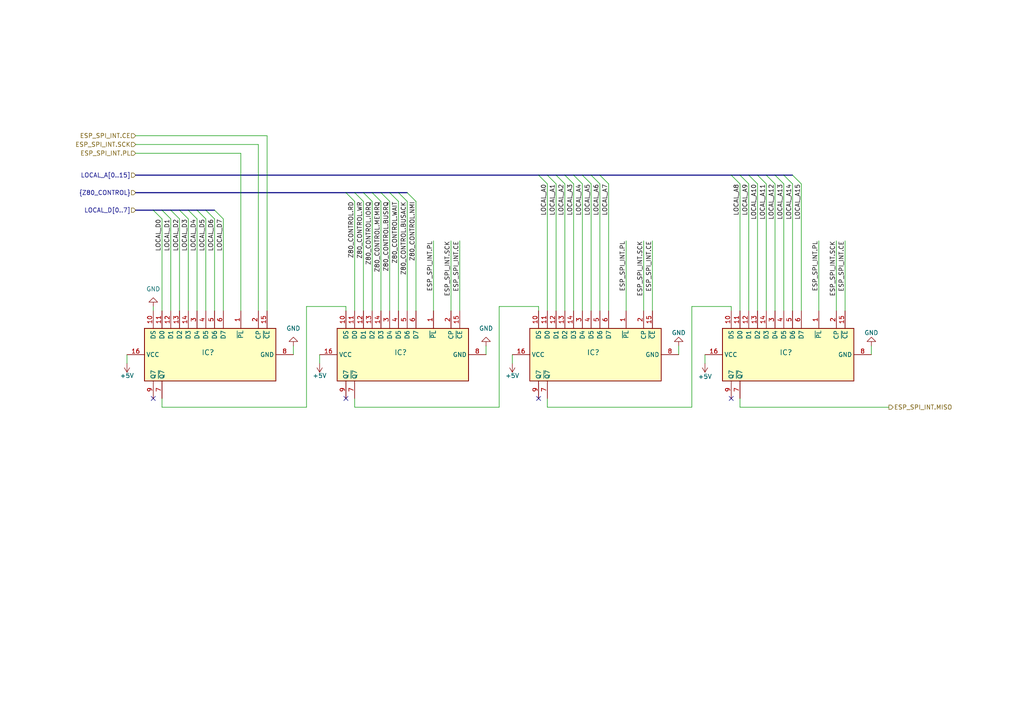
<source format=kicad_sch>
(kicad_sch (version 20230121) (generator eeschema)
  (paper "A4")
  (lib_symbols
    (symbol "74xx:74HC165"
      (property "Reference" "U" (at -7.62 19.05 0))
      (property "Value" "74HC165" (at -7.62 -21.59 0))
      (symbol "74HC165_1_0"
        (pin input line (at -12.7 -10.16 0) (length 5.08) (name "~{PL}") (number "1"))
        (pin input line (at -12.7 15.24 0) (length 5.08) (name "DS") (number "10"))
        (pin input line (at -12.7 12.7 0) (length 5.08) (name "D0") (number "11"))
        (pin input line (at -12.7 10.16 0) (length 5.08) (name "D1") (number "12"))
        (pin input line (at -12.7 7.62 0) (length 5.08) (name "D2") (number "13"))
        (pin input line (at -12.7 5.08 0) (length 5.08) (name "D3") (number "14"))
        (pin input line (at -12.7 -17.78 0) (length 5.08) (name "~{CE}") (number "15"))
        (pin power_in line (at 0 22.86 270) (length 5.08) (name "VCC") (number "16"))
        (pin input line (at -12.7 -15.24 0) (length 5.08) (name "CP") (number "2"))
        (pin input line (at -12.7 2.54 0) (length 5.08) (name "D4") (number "3"))
        (pin input line (at -12.7 0 0) (length 5.08) (name "D5") (number "4"))
        (pin input line (at -12.7 -2.54 0) (length 5.08) (name "D6") (number "5"))
        (pin input line (at -12.7 -5.08 0) (length 5.08) (name "D7") (number "6"))
        (pin output line (at 12.7 12.7 180) (length 5.08) (name "~{Q7}") (number "7"))
        (pin power_in line (at 0 -25.4 90) (length 5.08) (name "GND") (number "8"))
        (pin output line (at 12.7 15.24 180) (length 5.08) (name "Q7") (number "9"))
      )
      (symbol "74HC165_1_1"
        (rectangle (start -7.62 17.78) (end 7.62 -20.32) (stroke (width 0.254)) (fill (type background)))
      )
    )
    (symbol "power:+5V" (power) (pin_names (offset 0))
      (property "Value" "+5V" (at 0 3.556 0))
      (symbol "+5V_0_1"
        (polyline (pts (xy -0.762 1.27) (xy 0 2.54)))
        (polyline (pts (xy 0 0) (xy 0 2.54)))
        (polyline (pts (xy 0 2.54) (xy 0.762 1.27)))
      )
      (symbol "+5V_1_1"
        (pin power_in line (at 0 0 90) (length 0) hide (name "+5V") (number "1"))
      )
    )
    (symbol "power:GND" (power) (pin_names (offset 0))
      (property "Value" "GND" (at 0 -3.81 0))
      (symbol "GND_0_1"
        (polyline (pts (xy 0 0) (xy 0 -1.27) (xy 1.27 -1.27) (xy 0 -2.54) (xy -1.27 -1.27) (xy 0 -1.27)))
      )
      (symbol "GND_1_1"
        (pin power_in line (at 0 0 270) (length 0) hide (name "GND") (number "1"))
      )
    )
  )
  (no_connect (at 212.09 115.57))
  (no_connect (at 44.45 115.57))
  (no_connect (at 156.21 115.57))
  (no_connect (at 100.33 115.57))
  (bus_entry (at 52.07 60.96) (size 2.54 2.54))
  (bus_entry (at 163.83 50.8) (size 2.54 2.54))
  (bus_entry (at 161.29 50.8) (size 2.54 2.54))
  (bus_entry (at 229.87 50.8) (size 2.54 2.54))
  (bus_entry (at 44.45 60.96) (size 2.54 2.54))
  (bus_entry (at 168.91 50.8) (size 2.54 2.54))
  (bus_entry (at 156.21 50.8) (size 2.54 2.54))
  (bus_entry (at 59.69 60.96) (size 2.54 2.54))
  (bus_entry (at 118.11 55.88) (size 2.54 2.54))
  (bus_entry (at 102.87 55.88) (size 2.54 2.54))
  (bus_entry (at 113.03 55.88) (size 2.54 2.54))
  (bus_entry (at 158.75 50.8) (size 2.54 2.54))
  (bus_entry (at 171.45 50.8) (size 2.54 2.54))
  (bus_entry (at 166.37 50.8) (size 2.54 2.54))
  (bus_entry (at 54.61 60.96) (size 2.54 2.54))
  (bus_entry (at 214.63 50.8) (size 2.54 2.54))
  (bus_entry (at 217.17 50.8) (size 2.54 2.54))
  (bus_entry (at 219.71 50.8) (size 2.54 2.54))
  (bus_entry (at 222.25 50.8) (size 2.54 2.54))
  (bus_entry (at 227.33 50.8) (size 2.54 2.54))
  (bus_entry (at 62.23 60.96) (size 2.54 2.54))
  (bus_entry (at 46.99 60.96) (size 2.54 2.54))
  (bus_entry (at 57.15 60.96) (size 2.54 2.54))
  (bus_entry (at 110.49 55.88) (size 2.54 2.54))
  (bus_entry (at 105.41 55.88) (size 2.54 2.54))
  (bus_entry (at 49.53 60.96) (size 2.54 2.54))
  (bus_entry (at 115.57 55.88) (size 2.54 2.54))
  (bus_entry (at 212.09 50.8) (size 2.54 2.54))
  (bus_entry (at 173.99 50.8) (size 2.54 2.54))
  (bus_entry (at 224.79 50.8) (size 2.54 2.54))
  (bus_entry (at 100.33 55.88) (size 2.54 2.54))
  (bus_entry (at 107.95 55.88) (size 2.54 2.54))
  (wire (pts (xy 156.21 88.9) (xy 144.78 88.9)))
  (wire (pts (xy 46.99 115.57) (xy 46.99 118.11)))
  (bus (pts (xy 39.37 60.96) (xy 44.45 60.96)))
  (wire (pts (xy 140.97 100.33) (xy 140.97 102.87)))
  (bus (pts (xy 158.75 50.8) (xy 161.29 50.8)))
  (wire (pts (xy 237.49 69.85) (xy 237.49 90.17)))
  (bus (pts (xy 171.45 50.8) (xy 173.99 50.8)))
  (wire (pts (xy 49.53 63.5) (xy 49.53 90.17)))
  (bus (pts (xy 222.25 50.8) (xy 224.79 50.8)))
  (wire (pts (xy 92.71 105.41) (xy 92.71 102.87)))
  (wire (pts (xy 77.47 39.37) (xy 77.47 90.17)))
  (bus (pts (xy 156.21 50.8) (xy 158.75 50.8)))
  (wire (pts (xy 130.81 69.85) (xy 130.81 90.17)))
  (wire (pts (xy 212.09 88.9) (xy 212.09 90.17)))
  (wire (pts (xy 120.65 90.17) (xy 120.65 58.42)))
  (wire (pts (xy 54.61 63.5) (xy 54.61 90.17)))
  (bus (pts (xy 227.33 50.8) (xy 229.87 50.8)))
  (bus (pts (xy 100.33 55.88) (xy 102.87 55.88)))
  (bus (pts (xy 49.53 60.96) (xy 52.07 60.96)))
  (wire (pts (xy 227.33 53.34) (xy 227.33 90.17)))
  (wire (pts (xy 196.85 100.33) (xy 196.85 102.87)))
  (wire (pts (xy 200.66 88.9) (xy 212.09 88.9)))
  (wire (pts (xy 125.73 69.85) (xy 125.73 90.17)))
  (bus (pts (xy 163.83 50.8) (xy 166.37 50.8)))
  (bus (pts (xy 102.87 55.88) (xy 105.41 55.88)))
  (wire (pts (xy 118.11 58.42) (xy 118.11 90.17)))
  (wire (pts (xy 176.53 53.34) (xy 176.53 90.17)))
  (wire (pts (xy 39.37 44.45) (xy 69.85 44.45)))
  (wire (pts (xy 46.99 118.11) (xy 88.9 118.11)))
  (wire (pts (xy 148.59 105.41) (xy 148.59 102.87)))
  (bus (pts (xy 113.03 55.88) (xy 115.57 55.88)))
  (bus (pts (xy 166.37 50.8) (xy 168.91 50.8)))
  (bus (pts (xy 52.07 60.96) (xy 54.61 60.96)))
  (wire (pts (xy 257.81 118.11) (xy 214.63 118.11)))
  (wire (pts (xy 166.37 53.34) (xy 166.37 90.17)))
  (wire (pts (xy 46.99 63.5) (xy 46.99 90.17)))
  (wire (pts (xy 181.61 69.85) (xy 181.61 90.17)))
  (wire (pts (xy 52.07 63.5) (xy 52.07 90.17)))
  (wire (pts (xy 110.49 58.42) (xy 110.49 90.17)))
  (wire (pts (xy 245.11 69.85) (xy 245.11 90.17)))
  (wire (pts (xy 252.73 100.33) (xy 252.73 102.87)))
  (wire (pts (xy 62.23 63.5) (xy 62.23 90.17)))
  (wire (pts (xy 173.99 53.34) (xy 173.99 90.17)))
  (wire (pts (xy 102.87 118.11) (xy 144.78 118.11)))
  (bus (pts (xy 217.17 50.8) (xy 219.71 50.8)))
  (wire (pts (xy 88.9 118.11) (xy 88.9 88.9)))
  (wire (pts (xy 242.57 69.85) (xy 242.57 90.17)))
  (wire (pts (xy 64.77 63.5) (xy 64.77 90.17)))
  (bus (pts (xy 212.09 50.8) (xy 214.63 50.8)))
  (wire (pts (xy 217.17 53.34) (xy 217.17 90.17)))
  (wire (pts (xy 232.41 53.34) (xy 232.41 90.17)))
  (wire (pts (xy 105.41 58.42) (xy 105.41 90.17)))
  (wire (pts (xy 133.35 69.85) (xy 133.35 90.17)))
  (wire (pts (xy 186.69 69.85) (xy 186.69 90.17)))
  (bus (pts (xy 110.49 55.88) (xy 113.03 55.88)))
  (bus (pts (xy 115.57 55.88) (xy 118.11 55.88)))
  (wire (pts (xy 39.37 39.37) (xy 77.47 39.37)))
  (wire (pts (xy 161.29 53.34) (xy 161.29 90.17)))
  (wire (pts (xy 36.83 105.41) (xy 36.83 102.87)))
  (wire (pts (xy 144.78 88.9) (xy 144.78 118.11)))
  (wire (pts (xy 88.9 88.9) (xy 100.33 88.9)))
  (wire (pts (xy 200.66 118.11) (xy 200.66 88.9)))
  (wire (pts (xy 189.23 69.85) (xy 189.23 90.17)))
  (bus (pts (xy 219.71 50.8) (xy 222.25 50.8)))
  (wire (pts (xy 100.33 88.9) (xy 100.33 90.17)))
  (wire (pts (xy 224.79 53.34) (xy 224.79 90.17)))
  (wire (pts (xy 214.63 118.11) (xy 214.63 115.57)))
  (wire (pts (xy 115.57 58.42) (xy 115.57 90.17)))
  (wire (pts (xy 59.69 63.5) (xy 59.69 90.17)))
  (bus (pts (xy 107.95 55.88) (xy 110.49 55.88)))
  (wire (pts (xy 158.75 53.34) (xy 158.75 90.17)))
  (wire (pts (xy 107.95 90.17) (xy 107.95 58.42)))
  (wire (pts (xy 214.63 53.34) (xy 214.63 90.17)))
  (wire (pts (xy 57.15 63.5) (xy 57.15 90.17)))
  (bus (pts (xy 54.61 60.96) (xy 57.15 60.96)))
  (wire (pts (xy 74.93 41.91) (xy 74.93 90.17)))
  (wire (pts (xy 158.75 118.11) (xy 200.66 118.11)))
  (wire (pts (xy 204.47 105.41) (xy 204.47 102.87)))
  (wire (pts (xy 102.87 90.17) (xy 102.87 58.42)))
  (wire (pts (xy 158.75 118.11) (xy 158.75 115.57)))
  (wire (pts (xy 113.03 58.42) (xy 113.03 90.17)))
  (bus (pts (xy 57.15 60.96) (xy 59.69 60.96)))
  (wire (pts (xy 39.37 41.91) (xy 74.93 41.91)))
  (bus (pts (xy 59.69 60.96) (xy 62.23 60.96)))
  (wire (pts (xy 102.87 115.57) (xy 102.87 118.11)))
  (bus (pts (xy 46.99 60.96) (xy 49.53 60.96)))
  (wire (pts (xy 44.45 88.9) (xy 44.45 90.17)))
  (bus (pts (xy 44.45 60.96) (xy 46.99 60.96)))
  (wire (pts (xy 171.45 53.34) (xy 171.45 90.17)))
  (bus (pts (xy 105.41 55.88) (xy 107.95 55.88)))
  (bus (pts (xy 39.37 50.8) (xy 156.21 50.8)))
  (wire (pts (xy 222.25 53.34) (xy 222.25 90.17)))
  (bus (pts (xy 168.91 50.8) (xy 171.45 50.8)))
  (wire (pts (xy 168.91 53.34) (xy 168.91 90.17)))
  (bus (pts (xy 39.37 55.88) (xy 100.33 55.88)))
  (wire (pts (xy 229.87 53.34) (xy 229.87 90.17)))
  (wire (pts (xy 69.85 44.45) (xy 69.85 90.17)))
  (bus (pts (xy 224.79 50.8) (xy 227.33 50.8)))
  (wire (pts (xy 219.71 53.34) (xy 219.71 90.17)))
  (wire (pts (xy 156.21 88.9) (xy 156.21 90.17)))
  (bus (pts (xy 161.29 50.8) (xy 163.83 50.8)))
  (wire (pts (xy 85.09 100.33) (xy 85.09 102.87)))
  (bus (pts (xy 173.99 50.8) (xy 212.09 50.8)))
  (bus (pts (xy 214.63 50.8) (xy 217.17 50.8)))
  (wire (pts (xy 163.83 53.34) (xy 163.83 90.17)))
  (label "Z80_CONTROL.IORQ" (at 107.95 58.42 270))
  (label "ESP_SPI_INT.CE" (at 245.11 69.85 270))
  (label "LOCAL_D7" (at 64.77 63.5 270))
  (label "LOCAL_D4" (at 57.15 63.5 270))
  (label "LOCAL_A1" (at 161.29 53.34 270))
  (label "LOCAL_D5" (at 59.69 63.5 270))
  (label "Z80_CONTROL.NMI" (at 120.65 58.42 270))
  (label "Z80_CONTROL.BUSRQ" (at 113.03 58.42 270))
  (label "LOCAL_A15" (at 232.41 53.34 270))
  (label "LOCAL_D0" (at 46.99 63.5 270))
  (label "ESP_SPI_INT.PL" (at 125.73 69.85 270))
  (label "Z80_CONTROL.MEMRQ" (at 110.49 58.42 270))
  (label "LOCAL_A6" (at 173.99 53.34 270))
  (label "ESP_SPI_INT.SCK" (at 130.81 69.85 270))
  (label "LOCAL_D2" (at 52.07 63.5 270))
  (label "ESP_SPI_INT.CE" (at 189.23 69.85 270))
  (label "LOCAL_A4" (at 168.91 53.34 270))
  (label "Z80_CONTROL.WR" (at 105.41 58.42 270))
  (label "LOCAL_A14" (at 229.87 53.34 270))
  (label "LOCAL_A2" (at 163.83 53.34 270))
  (label "ESP_SPI_INT.SCK" (at 242.57 69.85 270))
  (label "ESP_SPI_INT.PL" (at 181.61 69.85 270))
  (label "ESP_SPI_INT.CE" (at 133.35 69.85 270))
  (label "LOCAL_A8" (at 214.63 53.34 270))
  (label "LOCAL_A7" (at 176.53 53.34 270))
  (label "Z80_CONTROL.WAIT" (at 115.57 58.42 270))
  (label "LOCAL_A9" (at 217.17 53.34 270))
  (label "LOCAL_A3" (at 166.37 53.34 270))
  (label "Z80_CONTROL.BUSACK" (at 118.11 58.42 270))
  (label "LOCAL_A10" (at 219.71 53.34 270))
  (label "Z80_CONTROL.RD" (at 102.87 58.42 270))
  (label "LOCAL_A5" (at 171.45 53.34 270))
  (label "LOCAL_A0" (at 158.75 53.34 270))
  (label "LOCAL_A11" (at 222.25 53.34 270))
  (label "ESP_SPI_INT.PL" (at 237.49 69.85 270))
  (label "LOCAL_D3" (at 54.61 63.5 270))
  (label "ESP_SPI_INT.SCK" (at 186.69 69.85 270))
  (label "LOCAL_D1" (at 49.53 63.5 270))
  (label "LOCAL_A13" (at 227.33 53.34 270))
  (label "LOCAL_D6" (at 62.23 63.5 270))
  (label "LOCAL_A12" (at 224.79 53.34 270))
  (hierarchical_label "ESP_SPI_INT.MISO" (shape output) (at 257.81 118.11 0))
  (hierarchical_label "ESP_SPI_INT.PL" (shape input) (at 39.37 44.45 180))
  (hierarchical_label "ESP_SPI_INT.SCK" (shape input) (at 39.37 41.91 180))
  (hierarchical_label "LOCAL_A[0..15]" (shape input) (at 39.37 50.8 180))
  (hierarchical_label "ESP_SPI_INT.CE" (shape input) (at 39.37 39.37 180))
  (hierarchical_label "LOCAL_D[0..7]" (shape input) (at 39.37 60.96 180))
  (hierarchical_label "{Z80_CONTROL}" (shape input) (at 39.37 55.88 180))
  (symbol (lib_id "power:+5V") (at 36.83 105.41 0) (mirror x) (unit 1)
    (property "Reference" "#PWR?" (effects hide))
    (property "Value" "+5V" (at 36.83 108.966 0))
    (instances (project "SPI-Z80-BUS_ZXspectrum" (path "" (reference "#PWR?") (unit 1)) (path "" (reference "#PWR01") (unit 1))) (project "FujiNet_Z80Bus_Basic" (path "" (reference "#PWR010") (unit 1))) (project "SPI-Z80-BUS_ZXspectrum_impl" (path "" (reference "#PWR011") (unit 1))))
  )
  (symbol (lib_id "power:+5V") (at 92.71 105.41 0) (mirror x) (unit 1)
    (property "Reference" "#PWR?" (effects hide))
    (property "Value" "+5V" (at 92.71 108.966 0))
    (instances (project "SPI-Z80-BUS_ZXspectrum" (path "" (reference "#PWR?") (unit 1)) (path "" (reference "#PWR05") (unit 1))) (project "FujiNet_Z80Bus_Basic" (path "" (reference "#PWR014") (unit 1))) (project "SPI-Z80-BUS_ZXspectrum_impl" (path "" (reference "#PWR014") (unit 1))))
  )
  (symbol (lib_id "74xx:74HC165") (at 115.57 102.87 90) (mirror x) (unit 1)
    (property "Reference" "IC?" (at 116.205 102.235 90) (effects (font (size 1.4986 1.4986))))
    (property "Value" "74HC165N" (effects hide))
    (property "Footprint" "Package_DIP:DIP-16_W7.62mm_Socket" (effects hide))
    (property "Datasheet" "https://assets.nexperia.com/documents/data-sheet/74HC_HCT165.pdf" (effects hide))
    (instances (project "SPI-Z80-BUS_ZXspectrum" (path "" (reference "IC?") (unit 1)) (path "" (reference "IC2") (unit 1))) (project "FujiNet_Z80Bus_Basic" (path "" (reference "IC?") (unit 1))) (project "SPI-Z80-BUS_ZXspectrum_impl" (path "" (reference "IC?") (unit 1)) (path "" (reference "ZX80_CONTROL.RD1") (unit 1))))
  )
  (symbol (lib_id "power:GND") (at 140.97 100.33 0) (mirror x) (unit 1)
    (property "Reference" "#PWR?" (effects hide))
    (property "Value" "GND" (at 140.97 95.25 0))
    (instances (project "SPI-Z80-BUS_ZXspectrum" (path "" (reference "#PWR?") (unit 1)) (path "" (reference "#PWR06") (unit 1))) (project "FujiNet_Z80Bus_Basic" (path "" (reference "#PWR017") (unit 1))) (project "SPI-Z80-BUS_ZXspectrum_impl" (path "" (reference "#PWR015") (unit 1))))
  )
  (symbol (lib_id "power:+5V") (at 204.47 105.41 0) (mirror x) (unit 1)
    (property "Reference" "#PWR?" (effects hide))
    (property "Value" "+5V" (at 204.47 109.22 0))
    (instances (project "SPI-Z80-BUS_ZXspectrum" (path "" (reference "#PWR?") (unit 1)) (path "" (reference "#PWR011") (unit 1))) (project "FujiNet_Z80Bus_Basic" (path "" (reference "#PWR024") (unit 1))) (project "SPI-Z80-BUS_ZXspectrum_impl" (path "" (reference "#PWR018") (unit 1))))
  )
  (symbol (lib_id "power:GND") (at 85.09 100.33 0) (mirror x) (unit 1)
    (property "Reference" "#PWR?" (effects hide))
    (property "Value" "GND" (at 85.09 95.25 0))
    (instances (project "SPI-Z80-BUS_ZXspectrum" (path "" (reference "#PWR?") (unit 1)) (path "" (reference "#PWR03") (unit 1))) (project "FujiNet_Z80Bus_Basic" (path "" (reference "#PWR013") (unit 1))) (project "SPI-Z80-BUS_ZXspectrum_impl" (path "" (reference "#PWR013") (unit 1))))
  )
  (symbol (lib_id "74xx:74HC165") (at 227.33 102.87 90) (mirror x) (unit 1)
    (property "Reference" "IC?" (at 227.965 102.235 90) (effects (font (size 1.4986 1.4986))))
    (property "Value" "74HC165N" (effects hide))
    (property "Footprint" "Package_DIP:DIP-16_W7.62mm_Socket" (effects hide))
    (property "Datasheet" "https://assets.nexperia.com/documents/data-sheet/74HC_HCT165.pdf" (effects hide))
    (instances (project "SPI-Z80-BUS_ZXspectrum" (path "" (reference "IC?") (unit 1)) (path "" (reference "IC4") (unit 1))) (project "FujiNet_Z80Bus_Basic" (path "" (reference "IC?") (unit 1))) (project "SPI-Z80-BUS_ZXspectrum_impl" (path "" (reference "IC?") (unit 1)) (path "" (reference "LOCAL_A-H.RD1") (unit 1))))
  )
  (symbol (lib_id "power:GND") (at 44.45 88.9 0) (mirror x) (unit 1)
    (property "Reference" "#PWR?" (effects hide))
    (property "Value" "GND" (at 44.45 83.82 0))
    (instances (project "SPI-Z80-BUS_ZXspectrum" (path "" (reference "#PWR?") (unit 1)) (path "" (reference "#PWR02") (unit 1))) (project "FujiNet_Z80Bus_Basic" (path "" (reference "#PWR011") (unit 1))) (project "SPI-Z80-BUS_ZXspectrum_impl" (path "" (reference "#PWR012") (unit 1))))
  )
  (symbol (lib_id "74xx:74HC165") (at 171.45 102.87 90) (mirror x) (unit 1)
    (property "Reference" "IC?" (at 172.085 102.235 90) (effects (font (size 1.4986 1.4986))))
    (property "Value" "74HC165N" (effects hide))
    (property "Footprint" "Package_DIP:DIP-16_W7.62mm_Socket" (effects hide))
    (property "Datasheet" "https://assets.nexperia.com/documents/data-sheet/74HC_HCT165.pdf" (effects hide))
    (instances (project "SPI-Z80-BUS_ZXspectrum" (path "" (reference "IC?") (unit 1)) (path "" (reference "IC3") (unit 1))) (project "FujiNet_Z80Bus_Basic" (path "" (reference "IC?") (unit 1))) (project "SPI-Z80-BUS_ZXspectrum_impl" (path "" (reference "IC?") (unit 1)) (path "" (reference "LOCAL_A-L.RD1") (unit 1))))
  )
  (symbol (lib_id "power:+5V") (at 148.59 105.41 0) (mirror x) (unit 1)
    (property "Reference" "#PWR?" (effects hide))
    (property "Value" "+5V" (at 148.59 108.966 0))
    (instances (project "SPI-Z80-BUS_ZXspectrum" (path "" (reference "#PWR?") (unit 1)) (path "" (reference "#PWR08") (unit 1))) (project "FujiNet_Z80Bus_Basic" (path "" (reference "#PWR018") (unit 1))) (project "SPI-Z80-BUS_ZXspectrum_impl" (path "" (reference "#PWR016") (unit 1))))
  )
  (symbol (lib_id "74xx:74HC165") (at 59.69 102.87 90) (mirror x) (unit 1)
    (property "Reference" "IC?" (at 60.325 102.235 90) (effects (font (size 1.4986 1.4986))))
    (property "Value" "74HC165N" (effects hide))
    (property "Footprint" "Package_DIP:DIP-16_W7.62mm_Socket" (effects hide))
    (property "Datasheet" "https://assets.nexperia.com/documents/data-sheet/74HC_HCT165.pdf" (effects hide))
    (instances (project "SPI-Z80-BUS_ZXspectrum" (path "" (reference "IC?") (unit 1)) (path "" (reference "IC1") (unit 1))) (project "FujiNet_Z80Bus_Basic" (path "" (reference "IC?") (unit 1))) (project "SPI-Z80-BUS_ZXspectrum_impl" (path "" (reference "IC?") (unit 1)) (path "" (reference "LOCAL_D.RD1") (unit 1))))
  )
  (symbol (lib_id "power:GND") (at 196.85 100.33 0) (mirror x) (unit 1)
    (property "Reference" "#PWR?" (effects hide))
    (property "Value" "GND" (at 196.85 96.52 0))
    (instances (project "SPI-Z80-BUS_ZXspectrum" (path "" (reference "#PWR?") (unit 1)) (path "" (reference "#PWR09") (unit 1))) (project "FujiNet_Z80Bus_Basic" (path "" (reference "#PWR023") (unit 1))) (project "SPI-Z80-BUS_ZXspectrum_impl" (path "" (reference "#PWR017") (unit 1))))
  )
  (symbol (lib_id "power:GND") (at 252.73 100.33 0) (mirror x) (unit 1)
    (property "Reference" "#PWR?" (effects hide))
    (property "Value" "GND" (at 252.73 96.52 0))
    (instances (project "SPI-Z80-BUS_ZXspectrum" (path "" (reference "#PWR?") (unit 1)) (path "" (reference "#PWR012") (unit 1))) (project "FujiNet_Z80Bus_Basic" (path "" (reference "#PWR028") (unit 1))) (project "SPI-Z80-BUS_ZXspectrum_impl" (path "" (reference "#PWR019") (unit 1))))
  )
)
</source>
